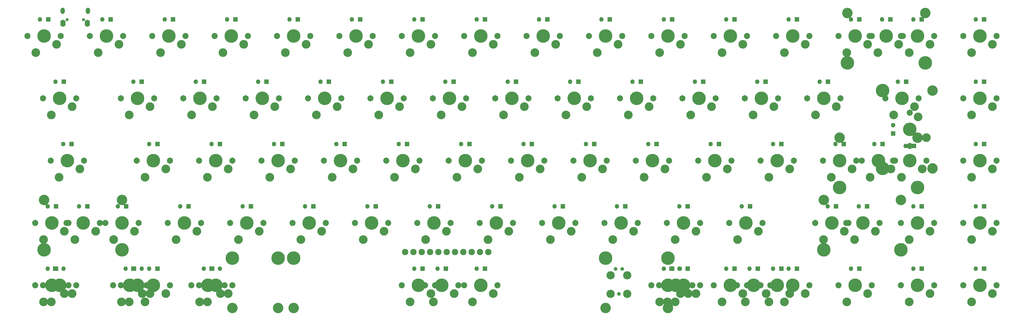
<source format=gts>
G04 #@! TF.FileFunction,Soldermask,Top*
%FSLAX46Y46*%
G04 Gerber Fmt 4.6, Leading zero omitted, Abs format (unit mm)*
G04 Created by KiCad (PCBNEW (2015-09-26 BZR 6224)-product) date 11/12/2015 12:03:04 AM*
%MOMM*%
G01*
G04 APERTURE LIST*
%ADD10C,0.150000*%
%ADD11C,1.143010*%
%ADD12C,2.527310*%
%ADD13O,1.352400X1.352400*%
%ADD14R,1.352400X1.352400*%
%ADD15C,4.142740*%
%ADD16C,2.651760*%
%ADD17C,1.856740*%
%ADD18C,3.200654*%
%ADD19C,4.140454*%
%ADD20C,1.952400*%
%ADD21O,1.302400X1.952400*%
%ADD22O,1.602400X2.152400*%
%ADD23C,0.952400*%
G04 APERTURE END LIST*
D10*
D11*
X235839000Y-164592000D03*
X236855000Y-156972000D03*
X234823000Y-156972000D03*
D12*
X238379000Y-164592000D03*
X238379000Y-158877000D03*
X233299000Y-164592000D03*
X233299000Y-158877000D03*
D13*
X344805000Y-156845000D03*
D14*
X347345000Y-156845000D03*
D13*
X325755000Y-156845000D03*
D14*
X328295000Y-156845000D03*
D13*
X306705000Y-156845000D03*
D14*
X309245000Y-156845000D03*
D13*
X287655000Y-156845000D03*
D14*
X290195000Y-156845000D03*
D13*
X268605000Y-156845000D03*
D14*
X271145000Y-156845000D03*
D13*
X249555000Y-156845000D03*
D14*
X252095000Y-156845000D03*
D13*
X180499000Y-156845000D03*
D14*
X183039000Y-156845000D03*
D13*
X109061000Y-156845000D03*
D14*
X111601000Y-156845000D03*
D13*
X85248800Y-156845000D03*
D14*
X87788800Y-156845000D03*
D13*
X61468000Y-156845000D03*
D14*
X64008000Y-156845000D03*
D13*
X344805000Y-137795000D03*
D14*
X347345000Y-137795000D03*
D13*
X325755000Y-137795000D03*
D14*
X328295000Y-137795000D03*
D13*
X299561000Y-137795000D03*
D14*
X302101000Y-137795000D03*
D13*
X273368000Y-137795000D03*
D14*
X275908000Y-137795000D03*
D13*
X254318000Y-137795000D03*
D14*
X256858000Y-137795000D03*
D13*
X235268000Y-137795000D03*
D14*
X237808000Y-137795000D03*
D13*
X216218000Y-137795000D03*
D14*
X218758000Y-137795000D03*
D13*
X197168000Y-137795000D03*
D14*
X199708000Y-137795000D03*
D13*
X178118000Y-137795000D03*
D14*
X180658000Y-137795000D03*
D13*
X159068000Y-137795000D03*
D14*
X161608000Y-137795000D03*
D13*
X140018000Y-137795000D03*
D14*
X142558000Y-137795000D03*
D13*
X120968000Y-137795000D03*
D14*
X123508000Y-137795000D03*
D13*
X101918000Y-137795000D03*
D14*
X104458000Y-137795000D03*
D13*
X82867500Y-137795000D03*
D14*
X85407500Y-137795000D03*
D13*
X61436200Y-137795000D03*
D14*
X63976200Y-137795000D03*
D13*
X344805000Y-118745000D03*
D14*
X347345000Y-118745000D03*
D13*
X323374000Y-119380000D03*
D14*
X325914000Y-119380000D03*
D13*
X301943000Y-118745000D03*
D14*
X304483000Y-118745000D03*
D13*
X282893000Y-118745000D03*
D14*
X285433000Y-118745000D03*
D13*
X263843000Y-118745000D03*
D14*
X266383000Y-118745000D03*
D13*
X244793000Y-118745000D03*
D14*
X247333000Y-118745000D03*
D13*
X225743000Y-118745000D03*
D14*
X228283000Y-118745000D03*
D13*
X206693000Y-118745000D03*
D14*
X209233000Y-118745000D03*
D13*
X187643000Y-118745000D03*
D14*
X190183000Y-118745000D03*
D13*
X168593000Y-118745000D03*
D14*
X171133000Y-118745000D03*
D13*
X149543000Y-118745000D03*
D14*
X152083000Y-118745000D03*
D13*
X130493000Y-118745000D03*
D14*
X133033000Y-118745000D03*
D13*
X111443000Y-118745000D03*
D14*
X113983000Y-118745000D03*
D13*
X92392600Y-118745000D03*
D14*
X94932600Y-118745000D03*
D13*
X66198800Y-118745000D03*
D14*
X68738800Y-118745000D03*
D13*
X344805000Y-99695000D03*
D14*
X347345000Y-99695000D03*
D13*
X320992000Y-99695000D03*
D14*
X323532000Y-99695000D03*
D13*
X297180000Y-99695000D03*
D14*
X299720000Y-99695000D03*
D13*
X278130000Y-99695000D03*
D14*
X280670000Y-99695000D03*
D13*
X259080000Y-99695000D03*
D14*
X261620000Y-99695000D03*
D13*
X240030000Y-99695000D03*
D14*
X242570000Y-99695000D03*
D13*
X220980000Y-99695000D03*
D14*
X223520000Y-99695000D03*
D13*
X201930000Y-99695000D03*
D14*
X204470000Y-99695000D03*
D13*
X182880000Y-99695000D03*
D14*
X185420000Y-99695000D03*
D13*
X163830000Y-99695000D03*
D14*
X166370000Y-99695000D03*
D13*
X144780000Y-99695000D03*
D14*
X147320000Y-99695000D03*
D13*
X125730000Y-99695000D03*
D14*
X128270000Y-99695000D03*
D13*
X106680000Y-99695000D03*
D14*
X109220000Y-99695000D03*
D13*
X87630000Y-99695000D03*
D14*
X90170000Y-99695000D03*
D13*
X63817500Y-99695000D03*
D14*
X66357500Y-99695000D03*
D13*
X344805000Y-80645000D03*
D14*
X347345000Y-80645000D03*
D13*
X325755000Y-80645000D03*
D14*
X328295000Y-80645000D03*
D13*
X306705000Y-80645000D03*
D14*
X309245000Y-80645000D03*
D13*
X287655000Y-80645000D03*
D14*
X290195000Y-80645000D03*
D13*
X268605000Y-80645000D03*
D14*
X271145000Y-80645000D03*
D13*
X249555000Y-80645000D03*
D14*
X252095000Y-80645000D03*
D13*
X230505000Y-80645000D03*
D14*
X233045000Y-80645000D03*
D13*
X211455000Y-80645000D03*
D14*
X213995000Y-80645000D03*
D13*
X192405000Y-80645000D03*
D14*
X194945000Y-80645000D03*
D13*
X173355000Y-80645000D03*
D14*
X175895000Y-80645000D03*
D13*
X154305000Y-80645000D03*
D14*
X156845000Y-80645000D03*
D13*
X135255000Y-80645000D03*
D14*
X137795000Y-80645000D03*
D13*
X116205000Y-80645000D03*
D14*
X118745000Y-80645000D03*
D13*
X97155000Y-80645000D03*
D14*
X99695000Y-80645000D03*
D13*
X78105000Y-80645000D03*
D14*
X80645000Y-80645000D03*
D13*
X59055000Y-80645000D03*
D14*
X61595000Y-80645000D03*
D15*
X181769000Y-161925000D03*
D16*
X179229000Y-167005000D03*
X185579000Y-164465000D03*
D17*
X186849000Y-161925000D03*
X176689000Y-161925000D03*
D15*
X62706200Y-142875000D03*
D16*
X60166200Y-147955000D03*
X66516200Y-145415000D03*
D17*
X67786200Y-142875000D03*
X57626200Y-142875000D03*
D15*
X346075000Y-142875000D03*
D16*
X343535000Y-147955000D03*
X349885000Y-145415000D03*
D17*
X351155000Y-142875000D03*
X340995000Y-142875000D03*
D15*
X327025000Y-142875000D03*
D16*
X324485000Y-147955000D03*
X330835000Y-145415000D03*
D17*
X332105000Y-142875000D03*
X321945000Y-142875000D03*
D15*
X274638000Y-142875000D03*
D16*
X272098000Y-147955000D03*
X278448000Y-145415000D03*
D17*
X279718000Y-142875000D03*
X269558000Y-142875000D03*
D15*
X255588000Y-142875000D03*
D16*
X253048000Y-147955000D03*
X259398000Y-145415000D03*
D17*
X260668000Y-142875000D03*
X250508000Y-142875000D03*
D15*
X236538000Y-142875000D03*
D16*
X233998000Y-147955000D03*
X240348000Y-145415000D03*
D17*
X241618000Y-142875000D03*
X231458000Y-142875000D03*
D15*
X217488000Y-142875000D03*
D16*
X214948000Y-147955000D03*
X221298000Y-145415000D03*
D17*
X222568000Y-142875000D03*
X212408000Y-142875000D03*
D15*
X198438000Y-142875000D03*
D16*
X195898000Y-147955000D03*
X202248000Y-145415000D03*
D17*
X203518000Y-142875000D03*
X193358000Y-142875000D03*
D15*
X179388000Y-142875000D03*
D16*
X176848000Y-147955000D03*
X183198000Y-145415000D03*
D17*
X184468000Y-142875000D03*
X174308000Y-142875000D03*
D15*
X160338000Y-142875000D03*
D16*
X157798000Y-147955000D03*
X164148000Y-145415000D03*
D17*
X165418000Y-142875000D03*
X155258000Y-142875000D03*
D15*
X141288000Y-142875000D03*
D16*
X138748000Y-147955000D03*
X145098000Y-145415000D03*
D17*
X146368000Y-142875000D03*
X136208000Y-142875000D03*
D15*
X122238000Y-142875000D03*
D16*
X119698000Y-147955000D03*
X126048000Y-145415000D03*
D17*
X127318000Y-142875000D03*
X117158000Y-142875000D03*
D15*
X103188000Y-142875000D03*
D16*
X100648000Y-147955000D03*
X106998000Y-145415000D03*
D17*
X108268000Y-142875000D03*
X98108000Y-142875000D03*
D15*
X84137500Y-142875000D03*
D16*
X81597500Y-147955000D03*
X87947500Y-145415000D03*
D17*
X89217500Y-142875000D03*
X79057500Y-142875000D03*
D15*
X346075000Y-123825000D03*
D16*
X343535000Y-128905000D03*
X349885000Y-126365000D03*
D17*
X351155000Y-123825000D03*
X340995000Y-123825000D03*
D15*
X303212000Y-123825000D03*
D16*
X300672000Y-128905000D03*
X307022000Y-126365000D03*
D17*
X308292000Y-123825000D03*
X298132000Y-123825000D03*
D15*
X284162000Y-123825000D03*
D16*
X281622000Y-128905000D03*
X287972000Y-126365000D03*
D17*
X289242000Y-123825000D03*
X279082000Y-123825000D03*
D15*
X265112000Y-123825000D03*
D16*
X262572000Y-128905000D03*
X268922000Y-126365000D03*
D17*
X270192000Y-123825000D03*
X260032000Y-123825000D03*
D15*
X246062000Y-123825000D03*
D16*
X243522000Y-128905000D03*
X249872000Y-126365000D03*
D17*
X251142000Y-123825000D03*
X240982000Y-123825000D03*
D15*
X227012000Y-123825000D03*
D16*
X224472000Y-128905000D03*
X230822000Y-126365000D03*
D17*
X232092000Y-123825000D03*
X221932000Y-123825000D03*
D15*
X207962000Y-123825000D03*
D16*
X205422000Y-128905000D03*
X211772000Y-126365000D03*
D17*
X213042000Y-123825000D03*
X202882000Y-123825000D03*
D15*
X188912000Y-123825000D03*
D16*
X186372000Y-128905000D03*
X192722000Y-126365000D03*
D17*
X193992000Y-123825000D03*
X183832000Y-123825000D03*
D15*
X169862000Y-123825000D03*
D16*
X167322000Y-128905000D03*
X173672000Y-126365000D03*
D17*
X174942000Y-123825000D03*
X164782000Y-123825000D03*
D15*
X150812000Y-123825000D03*
D16*
X148272000Y-128905000D03*
X154622000Y-126365000D03*
D17*
X155892000Y-123825000D03*
X145732000Y-123825000D03*
D15*
X131762000Y-123825000D03*
D16*
X129222000Y-128905000D03*
X135572000Y-126365000D03*
D17*
X136842000Y-123825000D03*
X126682000Y-123825000D03*
D15*
X112712000Y-123825000D03*
D16*
X110172000Y-128905000D03*
X116522000Y-126365000D03*
D17*
X117792000Y-123825000D03*
X107632000Y-123825000D03*
D15*
X93662500Y-123825000D03*
D16*
X91122500Y-128905000D03*
X97472500Y-126365000D03*
D17*
X98742500Y-123825000D03*
X88582500Y-123825000D03*
D15*
X346075000Y-104775000D03*
D16*
X343535000Y-109855000D03*
X349885000Y-107315000D03*
D17*
X351155000Y-104775000D03*
X340995000Y-104775000D03*
D15*
X298450000Y-104775000D03*
D16*
X295910000Y-109855000D03*
X302260000Y-107315000D03*
D17*
X303530000Y-104775000D03*
X293370000Y-104775000D03*
D15*
X279400000Y-104775000D03*
D16*
X276860000Y-109855000D03*
X283210000Y-107315000D03*
D17*
X284480000Y-104775000D03*
X274320000Y-104775000D03*
D15*
X260350000Y-104775000D03*
D16*
X257810000Y-109855000D03*
X264160000Y-107315000D03*
D17*
X265430000Y-104775000D03*
X255270000Y-104775000D03*
D15*
X241300000Y-104775000D03*
D16*
X238760000Y-109855000D03*
X245110000Y-107315000D03*
D17*
X246380000Y-104775000D03*
X236220000Y-104775000D03*
D15*
X222250000Y-104775000D03*
D16*
X219710000Y-109855000D03*
X226060000Y-107315000D03*
D17*
X227330000Y-104775000D03*
X217170000Y-104775000D03*
D15*
X203200000Y-104775000D03*
D16*
X200660000Y-109855000D03*
X207010000Y-107315000D03*
D17*
X208280000Y-104775000D03*
X198120000Y-104775000D03*
D15*
X184150000Y-104775000D03*
D16*
X181610000Y-109855000D03*
X187960000Y-107315000D03*
D17*
X189230000Y-104775000D03*
X179070000Y-104775000D03*
D15*
X165100000Y-104775000D03*
D16*
X162560000Y-109855000D03*
X168910000Y-107315000D03*
D17*
X170180000Y-104775000D03*
X160020000Y-104775000D03*
D15*
X146050000Y-104775000D03*
D16*
X143510000Y-109855000D03*
X149860000Y-107315000D03*
D17*
X151130000Y-104775000D03*
X140970000Y-104775000D03*
D15*
X127000000Y-104775000D03*
D16*
X124460000Y-109855000D03*
X130810000Y-107315000D03*
D17*
X132080000Y-104775000D03*
X121920000Y-104775000D03*
D15*
X107950000Y-104775000D03*
D16*
X105410000Y-109855000D03*
X111760000Y-107315000D03*
D17*
X113030000Y-104775000D03*
X102870000Y-104775000D03*
D15*
X88900000Y-104775000D03*
D16*
X86360000Y-109855000D03*
X92710000Y-107315000D03*
D17*
X93980000Y-104775000D03*
X83820000Y-104775000D03*
D15*
X327025000Y-85725000D03*
D16*
X324485000Y-90805000D03*
X330835000Y-88265000D03*
D17*
X332105000Y-85725000D03*
X321945000Y-85725000D03*
D15*
X307975000Y-85725000D03*
D16*
X305435000Y-90805000D03*
X311785000Y-88265000D03*
D17*
X313055000Y-85725000D03*
X302895000Y-85725000D03*
D15*
X288925000Y-85725000D03*
D16*
X286385000Y-90805000D03*
X292735000Y-88265000D03*
D17*
X294005000Y-85725000D03*
X283845000Y-85725000D03*
D15*
X269875000Y-85725000D03*
D16*
X267335000Y-90805000D03*
X273685000Y-88265000D03*
D17*
X274955000Y-85725000D03*
X264795000Y-85725000D03*
D15*
X250825000Y-85725000D03*
D16*
X248285000Y-90805000D03*
X254635000Y-88265000D03*
D17*
X255905000Y-85725000D03*
X245745000Y-85725000D03*
D15*
X231775000Y-85725000D03*
D16*
X229235000Y-90805000D03*
X235585000Y-88265000D03*
D17*
X236855000Y-85725000D03*
X226695000Y-85725000D03*
D15*
X212725000Y-85725000D03*
D16*
X210185000Y-90805000D03*
X216535000Y-88265000D03*
D17*
X217805000Y-85725000D03*
X207645000Y-85725000D03*
D15*
X193675000Y-85725000D03*
D16*
X191135000Y-90805000D03*
X197485000Y-88265000D03*
D17*
X198755000Y-85725000D03*
X188595000Y-85725000D03*
D15*
X174625000Y-85725000D03*
D16*
X172085000Y-90805000D03*
X178435000Y-88265000D03*
D17*
X179705000Y-85725000D03*
X169545000Y-85725000D03*
D15*
X155575000Y-85725000D03*
D16*
X153035000Y-90805000D03*
X159385000Y-88265000D03*
D17*
X160655000Y-85725000D03*
X150495000Y-85725000D03*
D15*
X136525000Y-85725000D03*
D16*
X133985000Y-90805000D03*
X140335000Y-88265000D03*
D17*
X141605000Y-85725000D03*
X131445000Y-85725000D03*
D15*
X117475000Y-85725000D03*
D16*
X114935000Y-90805000D03*
X121285000Y-88265000D03*
D17*
X122555000Y-85725000D03*
X112395000Y-85725000D03*
D15*
X98425000Y-85725000D03*
D16*
X95885000Y-90805000D03*
X102235000Y-88265000D03*
D17*
X103505000Y-85725000D03*
X93345000Y-85725000D03*
D15*
X79375000Y-85725000D03*
D16*
X76835000Y-90805000D03*
X83185000Y-88265000D03*
D17*
X84455000Y-85725000D03*
X74295000Y-85725000D03*
D15*
X60325000Y-85725000D03*
D16*
X57785000Y-90805000D03*
X64135000Y-88265000D03*
D17*
X65405000Y-85725000D03*
X55245000Y-85725000D03*
D15*
X346075000Y-85725000D03*
D16*
X343535000Y-90805000D03*
X349885000Y-88265000D03*
D17*
X351155000Y-85725000D03*
X340995000Y-85725000D03*
D15*
X322262000Y-104775000D03*
D16*
X319722000Y-109855000D03*
X326072000Y-107315000D03*
D17*
X327342000Y-104775000D03*
X317182000Y-104775000D03*
D15*
X250825000Y-161925000D03*
D16*
X248285000Y-167005000D03*
X254635000Y-164465000D03*
D17*
X255905000Y-161925000D03*
X245745000Y-161925000D03*
D15*
X269875000Y-161925000D03*
D16*
X267335000Y-167005000D03*
X273685000Y-164465000D03*
D17*
X274955000Y-161925000D03*
X264795000Y-161925000D03*
D15*
X288925000Y-161925000D03*
D16*
X286385000Y-167005000D03*
X292735000Y-164465000D03*
D17*
X294005000Y-161925000D03*
X283845000Y-161925000D03*
D15*
X307975000Y-161925000D03*
D16*
X305435000Y-167005000D03*
X311785000Y-164465000D03*
D17*
X313055000Y-161925000D03*
X302895000Y-161925000D03*
D15*
X327025000Y-161925000D03*
D16*
X324485000Y-167005000D03*
X330835000Y-164465000D03*
D17*
X332105000Y-161925000D03*
X321945000Y-161925000D03*
D15*
X346075000Y-161925000D03*
D16*
X343535000Y-167005000D03*
X349885000Y-164465000D03*
D17*
X351155000Y-161925000D03*
X340995000Y-161925000D03*
D15*
X110331000Y-161925000D03*
D16*
X107791000Y-167005000D03*
X114141000Y-164465000D03*
D17*
X115411000Y-161925000D03*
X105251000Y-161925000D03*
D15*
X86518800Y-161925000D03*
D16*
X83978800Y-167005000D03*
X90328800Y-164465000D03*
D17*
X91598800Y-161925000D03*
X81438800Y-161925000D03*
D15*
X300831000Y-142875000D03*
D16*
X298291000Y-147955000D03*
X304641000Y-145415000D03*
D17*
X305911000Y-142875000D03*
X295751000Y-142875000D03*
D15*
X324644000Y-123825000D03*
D16*
X322104000Y-128905000D03*
X328454000Y-126365000D03*
D17*
X329724000Y-123825000D03*
X319564000Y-123825000D03*
D15*
X67468800Y-123825000D03*
D16*
X64928800Y-128905000D03*
X71278800Y-126365000D03*
D17*
X72548800Y-123825000D03*
X62388800Y-123825000D03*
D15*
X65087500Y-104775000D03*
D16*
X62547500Y-109855000D03*
X68897500Y-107315000D03*
D17*
X70167500Y-104775000D03*
X60007500Y-104775000D03*
D15*
X62706200Y-161925000D03*
D16*
X60166200Y-167005000D03*
X66516200Y-164465000D03*
D17*
X67786200Y-161925000D03*
X57626200Y-161925000D03*
D18*
X329406000Y-78737460D03*
D19*
X329406000Y-93980000D03*
D18*
X305594000Y-78737460D03*
D19*
X305594000Y-93980000D03*
D18*
X84137500Y-135887460D03*
D19*
X84137500Y-151130000D03*
D18*
X60325000Y-135887460D03*
D19*
X60325000Y-151130000D03*
D18*
X298450000Y-135887460D03*
D19*
X298450000Y-151130000D03*
D18*
X321945000Y-135887460D03*
D19*
X321945000Y-151130000D03*
D18*
X250825000Y-168912540D03*
D19*
X250825000Y-153670000D03*
D18*
X136525000Y-168912540D03*
D19*
X136525000Y-153670000D03*
D18*
X117792000Y-168912540D03*
D19*
X117792000Y-153670000D03*
D18*
X231775000Y-168912540D03*
D19*
X231775000Y-153670000D03*
D18*
X331631540Y-102394000D03*
D19*
X316389000Y-102394000D03*
D18*
X331631540Y-126206000D03*
D19*
X316389000Y-126206000D03*
D18*
X303212000Y-116837460D03*
D19*
X303212000Y-132080000D03*
D18*
X327025000Y-116837460D03*
D19*
X327025000Y-132080000D03*
D18*
X131762000Y-168912540D03*
D19*
X131762000Y-153670000D03*
D20*
X170561000Y-151765000D03*
X173101000Y-151765000D03*
X175641000Y-151765000D03*
X178181000Y-151765000D03*
X180721000Y-151765000D03*
X183261000Y-151765000D03*
X185801000Y-151765000D03*
X188341000Y-151765000D03*
X190881000Y-151765000D03*
X193421000Y-151765000D03*
X195961000Y-151765000D03*
D13*
X316230000Y-80645000D03*
D14*
X318770000Y-80645000D03*
D13*
X313849000Y-118745000D03*
D14*
X316389000Y-118745000D03*
D13*
X70961200Y-137795000D03*
D14*
X73501200Y-137795000D03*
D13*
X309086000Y-137795000D03*
D14*
X311626000Y-137795000D03*
D13*
X66294000Y-156845300D03*
D14*
X63754000Y-156845300D03*
D13*
X90170000Y-156845300D03*
D14*
X87630000Y-156845300D03*
D13*
X113982000Y-156845300D03*
D14*
X111442000Y-156845300D03*
D13*
X173355000Y-156845000D03*
D14*
X175895000Y-156845000D03*
D13*
X254508000Y-156845300D03*
D14*
X251968000Y-156845300D03*
D13*
X275749000Y-156845000D03*
D14*
X278289000Y-156845000D03*
D13*
X282892000Y-156845000D03*
D14*
X285432000Y-156845000D03*
D13*
X319564000Y-113030000D03*
D14*
X319564000Y-115570000D03*
D13*
X92392500Y-156845000D03*
D14*
X94932500Y-156845000D03*
D13*
X192405000Y-156845000D03*
D14*
X194945000Y-156845000D03*
D13*
X254318000Y-156845000D03*
D14*
X256858000Y-156845000D03*
D15*
X317500000Y-85725000D03*
D16*
X314960000Y-90805000D03*
X321310000Y-88265000D03*
D17*
X322580000Y-85725000D03*
X312420000Y-85725000D03*
D15*
X315119000Y-123825000D03*
D16*
X312579000Y-128905000D03*
X318929000Y-126365000D03*
D17*
X320199000Y-123825000D03*
X310039000Y-123825000D03*
D15*
X72231200Y-142875000D03*
D16*
X69691200Y-147955000D03*
X76041200Y-145415000D03*
D17*
X77311200Y-142875000D03*
X67151200Y-142875000D03*
D15*
X310356000Y-142875000D03*
D16*
X307816000Y-147955000D03*
X314166000Y-145415000D03*
D17*
X315436000Y-142875000D03*
X305276000Y-142875000D03*
D15*
X65087500Y-161925000D03*
D16*
X62547500Y-167005000D03*
X68897500Y-164465000D03*
D17*
X70167500Y-161925000D03*
X60007500Y-161925000D03*
D15*
X88900000Y-161925000D03*
D16*
X86360000Y-167005000D03*
X92710000Y-164465000D03*
D17*
X93980000Y-161925000D03*
X83820000Y-161925000D03*
D15*
X112712000Y-161925000D03*
D16*
X110172000Y-167005000D03*
X116522000Y-164465000D03*
D17*
X117792000Y-161925000D03*
X107632000Y-161925000D03*
D15*
X174625000Y-161925000D03*
D16*
X172085000Y-167005000D03*
X178435000Y-164465000D03*
D17*
X179705000Y-161925000D03*
X169545000Y-161925000D03*
D15*
X253206000Y-161925000D03*
D16*
X250666000Y-167005000D03*
X257016000Y-164465000D03*
D17*
X258286000Y-161925000D03*
X248126000Y-161925000D03*
D15*
X277019000Y-161925000D03*
D16*
X274479000Y-167005000D03*
X280829000Y-164465000D03*
D17*
X282099000Y-161925000D03*
X271939000Y-161925000D03*
D15*
X284162000Y-161925000D03*
D16*
X281622000Y-167005000D03*
X287972000Y-164465000D03*
D17*
X289242000Y-161925000D03*
X279082000Y-161925000D03*
D15*
X324644000Y-114300000D03*
D16*
X329724000Y-116840000D03*
X327184000Y-110490000D03*
D17*
X324644000Y-109220000D03*
X324644000Y-119380000D03*
D15*
X93662500Y-161925000D03*
D16*
X91122500Y-167005000D03*
X97472500Y-164465000D03*
D17*
X98742500Y-161925000D03*
X88582500Y-161925000D03*
D15*
X193675000Y-161925000D03*
D16*
X191135000Y-167005000D03*
X197485000Y-164465000D03*
D17*
X198755000Y-161925000D03*
X188595000Y-161925000D03*
D15*
X255588000Y-161925000D03*
D16*
X253048000Y-167005000D03*
X259398000Y-164465000D03*
D17*
X260668000Y-161925000D03*
X250508000Y-161925000D03*
D21*
X73725000Y-78000000D03*
X65975000Y-78000000D03*
D22*
X73575000Y-81800000D03*
X66125000Y-81800000D03*
D23*
X67350000Y-80750000D03*
X72350000Y-80750000D03*
M02*

</source>
